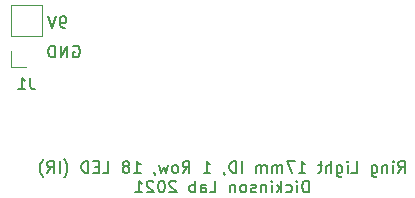
<source format=gbr>
G04 #@! TF.GenerationSoftware,KiCad,Pcbnew,5.1.9-73d0e3b20d~88~ubuntu20.10.1*
G04 #@! TF.CreationDate,2021-09-15T14:03:07-07:00*
G04 #@! TF.ProjectId,led_ring,6c65645f-7269-46e6-972e-6b696361645f,rev?*
G04 #@! TF.SameCoordinates,Original*
G04 #@! TF.FileFunction,Legend,Bot*
G04 #@! TF.FilePolarity,Positive*
%FSLAX46Y46*%
G04 Gerber Fmt 4.6, Leading zero omitted, Abs format (unit mm)*
G04 Created by KiCad (PCBNEW 5.1.9-73d0e3b20d~88~ubuntu20.10.1) date 2021-09-15 14:03:07*
%MOMM*%
%LPD*%
G01*
G04 APERTURE LIST*
%ADD10C,0.150000*%
%ADD11C,0.120000*%
G04 APERTURE END LIST*
D10*
X66380952Y-62027380D02*
X66714285Y-61551190D01*
X66952380Y-62027380D02*
X66952380Y-61027380D01*
X66571428Y-61027380D01*
X66476190Y-61075000D01*
X66428571Y-61122619D01*
X66380952Y-61217857D01*
X66380952Y-61360714D01*
X66428571Y-61455952D01*
X66476190Y-61503571D01*
X66571428Y-61551190D01*
X66952380Y-61551190D01*
X65952380Y-62027380D02*
X65952380Y-61360714D01*
X65952380Y-61027380D02*
X66000000Y-61075000D01*
X65952380Y-61122619D01*
X65904761Y-61075000D01*
X65952380Y-61027380D01*
X65952380Y-61122619D01*
X65476190Y-61360714D02*
X65476190Y-62027380D01*
X65476190Y-61455952D02*
X65428571Y-61408333D01*
X65333333Y-61360714D01*
X65190476Y-61360714D01*
X65095238Y-61408333D01*
X65047619Y-61503571D01*
X65047619Y-62027380D01*
X64142857Y-61360714D02*
X64142857Y-62170238D01*
X64190476Y-62265476D01*
X64238095Y-62313095D01*
X64333333Y-62360714D01*
X64476190Y-62360714D01*
X64571428Y-62313095D01*
X64142857Y-61979761D02*
X64238095Y-62027380D01*
X64428571Y-62027380D01*
X64523809Y-61979761D01*
X64571428Y-61932142D01*
X64619047Y-61836904D01*
X64619047Y-61551190D01*
X64571428Y-61455952D01*
X64523809Y-61408333D01*
X64428571Y-61360714D01*
X64238095Y-61360714D01*
X64142857Y-61408333D01*
X62428571Y-62027380D02*
X62904761Y-62027380D01*
X62904761Y-61027380D01*
X62095238Y-62027380D02*
X62095238Y-61360714D01*
X62095238Y-61027380D02*
X62142857Y-61075000D01*
X62095238Y-61122619D01*
X62047619Y-61075000D01*
X62095238Y-61027380D01*
X62095238Y-61122619D01*
X61190476Y-61360714D02*
X61190476Y-62170238D01*
X61238095Y-62265476D01*
X61285714Y-62313095D01*
X61380952Y-62360714D01*
X61523809Y-62360714D01*
X61619047Y-62313095D01*
X61190476Y-61979761D02*
X61285714Y-62027380D01*
X61476190Y-62027380D01*
X61571428Y-61979761D01*
X61619047Y-61932142D01*
X61666666Y-61836904D01*
X61666666Y-61551190D01*
X61619047Y-61455952D01*
X61571428Y-61408333D01*
X61476190Y-61360714D01*
X61285714Y-61360714D01*
X61190476Y-61408333D01*
X60714285Y-62027380D02*
X60714285Y-61027380D01*
X60285714Y-62027380D02*
X60285714Y-61503571D01*
X60333333Y-61408333D01*
X60428571Y-61360714D01*
X60571428Y-61360714D01*
X60666666Y-61408333D01*
X60714285Y-61455952D01*
X59952380Y-61360714D02*
X59571428Y-61360714D01*
X59809523Y-61027380D02*
X59809523Y-61884523D01*
X59761904Y-61979761D01*
X59666666Y-62027380D01*
X59571428Y-62027380D01*
X57952380Y-62027380D02*
X58523809Y-62027380D01*
X58238095Y-62027380D02*
X58238095Y-61027380D01*
X58333333Y-61170238D01*
X58428571Y-61265476D01*
X58523809Y-61313095D01*
X57619047Y-61027380D02*
X56952380Y-61027380D01*
X57380952Y-62027380D01*
X56571428Y-62027380D02*
X56571428Y-61360714D01*
X56571428Y-61455952D02*
X56523809Y-61408333D01*
X56428571Y-61360714D01*
X56285714Y-61360714D01*
X56190476Y-61408333D01*
X56142857Y-61503571D01*
X56142857Y-62027380D01*
X56142857Y-61503571D02*
X56095238Y-61408333D01*
X56000000Y-61360714D01*
X55857142Y-61360714D01*
X55761904Y-61408333D01*
X55714285Y-61503571D01*
X55714285Y-62027380D01*
X55238095Y-62027380D02*
X55238095Y-61360714D01*
X55238095Y-61455952D02*
X55190476Y-61408333D01*
X55095238Y-61360714D01*
X54952380Y-61360714D01*
X54857142Y-61408333D01*
X54809523Y-61503571D01*
X54809523Y-62027380D01*
X54809523Y-61503571D02*
X54761904Y-61408333D01*
X54666666Y-61360714D01*
X54523809Y-61360714D01*
X54428571Y-61408333D01*
X54380952Y-61503571D01*
X54380952Y-62027380D01*
X53142857Y-62027380D02*
X53142857Y-61027380D01*
X52666666Y-62027380D02*
X52666666Y-61027380D01*
X52428571Y-61027380D01*
X52285714Y-61075000D01*
X52190476Y-61170238D01*
X52142857Y-61265476D01*
X52095238Y-61455952D01*
X52095238Y-61598809D01*
X52142857Y-61789285D01*
X52190476Y-61884523D01*
X52285714Y-61979761D01*
X52428571Y-62027380D01*
X52666666Y-62027380D01*
X51619047Y-61979761D02*
X51619047Y-62027380D01*
X51666666Y-62122619D01*
X51714285Y-62170238D01*
X49904761Y-62027380D02*
X50476190Y-62027380D01*
X50190476Y-62027380D02*
X50190476Y-61027380D01*
X50285714Y-61170238D01*
X50380952Y-61265476D01*
X50476190Y-61313095D01*
X48142857Y-62027380D02*
X48476190Y-61551190D01*
X48714285Y-62027380D02*
X48714285Y-61027380D01*
X48333333Y-61027380D01*
X48238095Y-61075000D01*
X48190476Y-61122619D01*
X48142857Y-61217857D01*
X48142857Y-61360714D01*
X48190476Y-61455952D01*
X48238095Y-61503571D01*
X48333333Y-61551190D01*
X48714285Y-61551190D01*
X47571428Y-62027380D02*
X47666666Y-61979761D01*
X47714285Y-61932142D01*
X47761904Y-61836904D01*
X47761904Y-61551190D01*
X47714285Y-61455952D01*
X47666666Y-61408333D01*
X47571428Y-61360714D01*
X47428571Y-61360714D01*
X47333333Y-61408333D01*
X47285714Y-61455952D01*
X47238095Y-61551190D01*
X47238095Y-61836904D01*
X47285714Y-61932142D01*
X47333333Y-61979761D01*
X47428571Y-62027380D01*
X47571428Y-62027380D01*
X46904761Y-61360714D02*
X46714285Y-62027380D01*
X46523809Y-61551190D01*
X46333333Y-62027380D01*
X46142857Y-61360714D01*
X45714285Y-61979761D02*
X45714285Y-62027380D01*
X45761904Y-62122619D01*
X45809523Y-62170238D01*
X44000000Y-62027380D02*
X44571428Y-62027380D01*
X44285714Y-62027380D02*
X44285714Y-61027380D01*
X44380952Y-61170238D01*
X44476190Y-61265476D01*
X44571428Y-61313095D01*
X43428571Y-61455952D02*
X43523809Y-61408333D01*
X43571428Y-61360714D01*
X43619047Y-61265476D01*
X43619047Y-61217857D01*
X43571428Y-61122619D01*
X43523809Y-61075000D01*
X43428571Y-61027380D01*
X43238095Y-61027380D01*
X43142857Y-61075000D01*
X43095238Y-61122619D01*
X43047619Y-61217857D01*
X43047619Y-61265476D01*
X43095238Y-61360714D01*
X43142857Y-61408333D01*
X43238095Y-61455952D01*
X43428571Y-61455952D01*
X43523809Y-61503571D01*
X43571428Y-61551190D01*
X43619047Y-61646428D01*
X43619047Y-61836904D01*
X43571428Y-61932142D01*
X43523809Y-61979761D01*
X43428571Y-62027380D01*
X43238095Y-62027380D01*
X43142857Y-61979761D01*
X43095238Y-61932142D01*
X43047619Y-61836904D01*
X43047619Y-61646428D01*
X43095238Y-61551190D01*
X43142857Y-61503571D01*
X43238095Y-61455952D01*
X41380952Y-62027380D02*
X41857142Y-62027380D01*
X41857142Y-61027380D01*
X41047619Y-61503571D02*
X40714285Y-61503571D01*
X40571428Y-62027380D02*
X41047619Y-62027380D01*
X41047619Y-61027380D01*
X40571428Y-61027380D01*
X40142857Y-62027380D02*
X40142857Y-61027380D01*
X39904761Y-61027380D01*
X39761904Y-61075000D01*
X39666666Y-61170238D01*
X39619047Y-61265476D01*
X39571428Y-61455952D01*
X39571428Y-61598809D01*
X39619047Y-61789285D01*
X39666666Y-61884523D01*
X39761904Y-61979761D01*
X39904761Y-62027380D01*
X40142857Y-62027380D01*
X38095238Y-62408333D02*
X38142857Y-62360714D01*
X38238095Y-62217857D01*
X38285714Y-62122619D01*
X38333333Y-61979761D01*
X38380952Y-61741666D01*
X38380952Y-61551190D01*
X38333333Y-61313095D01*
X38285714Y-61170238D01*
X38238095Y-61075000D01*
X38142857Y-60932142D01*
X38095238Y-60884523D01*
X37714285Y-62027380D02*
X37714285Y-61027380D01*
X36666666Y-62027380D02*
X37000000Y-61551190D01*
X37238095Y-62027380D02*
X37238095Y-61027380D01*
X36857142Y-61027380D01*
X36761904Y-61075000D01*
X36714285Y-61122619D01*
X36666666Y-61217857D01*
X36666666Y-61360714D01*
X36714285Y-61455952D01*
X36761904Y-61503571D01*
X36857142Y-61551190D01*
X37238095Y-61551190D01*
X36333333Y-62408333D02*
X36285714Y-62360714D01*
X36190476Y-62217857D01*
X36142857Y-62122619D01*
X36095238Y-61979761D01*
X36047619Y-61741666D01*
X36047619Y-61551190D01*
X36095238Y-61313095D01*
X36142857Y-61170238D01*
X36190476Y-61075000D01*
X36285714Y-60932142D01*
X36333333Y-60884523D01*
X58809523Y-63677380D02*
X58809523Y-62677380D01*
X58571428Y-62677380D01*
X58428571Y-62725000D01*
X58333333Y-62820238D01*
X58285714Y-62915476D01*
X58238095Y-63105952D01*
X58238095Y-63248809D01*
X58285714Y-63439285D01*
X58333333Y-63534523D01*
X58428571Y-63629761D01*
X58571428Y-63677380D01*
X58809523Y-63677380D01*
X57809523Y-63677380D02*
X57809523Y-63010714D01*
X57809523Y-62677380D02*
X57857142Y-62725000D01*
X57809523Y-62772619D01*
X57761904Y-62725000D01*
X57809523Y-62677380D01*
X57809523Y-62772619D01*
X56904761Y-63629761D02*
X57000000Y-63677380D01*
X57190476Y-63677380D01*
X57285714Y-63629761D01*
X57333333Y-63582142D01*
X57380952Y-63486904D01*
X57380952Y-63201190D01*
X57333333Y-63105952D01*
X57285714Y-63058333D01*
X57190476Y-63010714D01*
X57000000Y-63010714D01*
X56904761Y-63058333D01*
X56476190Y-63677380D02*
X56476190Y-62677380D01*
X56380952Y-63296428D02*
X56095238Y-63677380D01*
X56095238Y-63010714D02*
X56476190Y-63391666D01*
X55666666Y-63677380D02*
X55666666Y-63010714D01*
X55666666Y-62677380D02*
X55714285Y-62725000D01*
X55666666Y-62772619D01*
X55619047Y-62725000D01*
X55666666Y-62677380D01*
X55666666Y-62772619D01*
X55190476Y-63010714D02*
X55190476Y-63677380D01*
X55190476Y-63105952D02*
X55142857Y-63058333D01*
X55047619Y-63010714D01*
X54904761Y-63010714D01*
X54809523Y-63058333D01*
X54761904Y-63153571D01*
X54761904Y-63677380D01*
X54333333Y-63629761D02*
X54238095Y-63677380D01*
X54047619Y-63677380D01*
X53952380Y-63629761D01*
X53904761Y-63534523D01*
X53904761Y-63486904D01*
X53952380Y-63391666D01*
X54047619Y-63344047D01*
X54190476Y-63344047D01*
X54285714Y-63296428D01*
X54333333Y-63201190D01*
X54333333Y-63153571D01*
X54285714Y-63058333D01*
X54190476Y-63010714D01*
X54047619Y-63010714D01*
X53952380Y-63058333D01*
X53333333Y-63677380D02*
X53428571Y-63629761D01*
X53476190Y-63582142D01*
X53523809Y-63486904D01*
X53523809Y-63201190D01*
X53476190Y-63105952D01*
X53428571Y-63058333D01*
X53333333Y-63010714D01*
X53190476Y-63010714D01*
X53095238Y-63058333D01*
X53047619Y-63105952D01*
X53000000Y-63201190D01*
X53000000Y-63486904D01*
X53047619Y-63582142D01*
X53095238Y-63629761D01*
X53190476Y-63677380D01*
X53333333Y-63677380D01*
X52571428Y-63010714D02*
X52571428Y-63677380D01*
X52571428Y-63105952D02*
X52523809Y-63058333D01*
X52428571Y-63010714D01*
X52285714Y-63010714D01*
X52190476Y-63058333D01*
X52142857Y-63153571D01*
X52142857Y-63677380D01*
X50428571Y-63677380D02*
X50904761Y-63677380D01*
X50904761Y-62677380D01*
X49666666Y-63677380D02*
X49666666Y-63153571D01*
X49714285Y-63058333D01*
X49809523Y-63010714D01*
X50000000Y-63010714D01*
X50095238Y-63058333D01*
X49666666Y-63629761D02*
X49761904Y-63677380D01*
X50000000Y-63677380D01*
X50095238Y-63629761D01*
X50142857Y-63534523D01*
X50142857Y-63439285D01*
X50095238Y-63344047D01*
X50000000Y-63296428D01*
X49761904Y-63296428D01*
X49666666Y-63248809D01*
X49190476Y-63677380D02*
X49190476Y-62677380D01*
X49190476Y-63058333D02*
X49095238Y-63010714D01*
X48904761Y-63010714D01*
X48809523Y-63058333D01*
X48761904Y-63105952D01*
X48714285Y-63201190D01*
X48714285Y-63486904D01*
X48761904Y-63582142D01*
X48809523Y-63629761D01*
X48904761Y-63677380D01*
X49095238Y-63677380D01*
X49190476Y-63629761D01*
X47571428Y-62772619D02*
X47523809Y-62725000D01*
X47428571Y-62677380D01*
X47190476Y-62677380D01*
X47095238Y-62725000D01*
X47047619Y-62772619D01*
X47000000Y-62867857D01*
X47000000Y-62963095D01*
X47047619Y-63105952D01*
X47619047Y-63677380D01*
X47000000Y-63677380D01*
X46380952Y-62677380D02*
X46285714Y-62677380D01*
X46190476Y-62725000D01*
X46142857Y-62772619D01*
X46095238Y-62867857D01*
X46047619Y-63058333D01*
X46047619Y-63296428D01*
X46095238Y-63486904D01*
X46142857Y-63582142D01*
X46190476Y-63629761D01*
X46285714Y-63677380D01*
X46380952Y-63677380D01*
X46476190Y-63629761D01*
X46523809Y-63582142D01*
X46571428Y-63486904D01*
X46619047Y-63296428D01*
X46619047Y-63058333D01*
X46571428Y-62867857D01*
X46523809Y-62772619D01*
X46476190Y-62725000D01*
X46380952Y-62677380D01*
X45666666Y-62772619D02*
X45619047Y-62725000D01*
X45523809Y-62677380D01*
X45285714Y-62677380D01*
X45190476Y-62725000D01*
X45142857Y-62772619D01*
X45095238Y-62867857D01*
X45095238Y-62963095D01*
X45142857Y-63105952D01*
X45714285Y-63677380D01*
X45095238Y-63677380D01*
X44142857Y-63677380D02*
X44714285Y-63677380D01*
X44428571Y-63677380D02*
X44428571Y-62677380D01*
X44523809Y-62820238D01*
X44619047Y-62915476D01*
X44714285Y-62963095D01*
X38200000Y-49752380D02*
X38009523Y-49752380D01*
X37914285Y-49704761D01*
X37866666Y-49657142D01*
X37771428Y-49514285D01*
X37723809Y-49323809D01*
X37723809Y-48942857D01*
X37771428Y-48847619D01*
X37819047Y-48800000D01*
X37914285Y-48752380D01*
X38104761Y-48752380D01*
X38200000Y-48800000D01*
X38247619Y-48847619D01*
X38295238Y-48942857D01*
X38295238Y-49180952D01*
X38247619Y-49276190D01*
X38200000Y-49323809D01*
X38104761Y-49371428D01*
X37914285Y-49371428D01*
X37819047Y-49323809D01*
X37771428Y-49276190D01*
X37723809Y-49180952D01*
X37438095Y-48752380D02*
X37104761Y-49752380D01*
X36771428Y-48752380D01*
X38861904Y-51300000D02*
X38957142Y-51252380D01*
X39100000Y-51252380D01*
X39242857Y-51300000D01*
X39338095Y-51395238D01*
X39385714Y-51490476D01*
X39433333Y-51680952D01*
X39433333Y-51823809D01*
X39385714Y-52014285D01*
X39338095Y-52109523D01*
X39242857Y-52204761D01*
X39100000Y-52252380D01*
X39004761Y-52252380D01*
X38861904Y-52204761D01*
X38814285Y-52157142D01*
X38814285Y-51823809D01*
X39004761Y-51823809D01*
X38385714Y-52252380D02*
X38385714Y-51252380D01*
X37814285Y-52252380D01*
X37814285Y-51252380D01*
X37338095Y-52252380D02*
X37338095Y-51252380D01*
X37100000Y-51252380D01*
X36957142Y-51300000D01*
X36861904Y-51395238D01*
X36814285Y-51490476D01*
X36766666Y-51680952D01*
X36766666Y-51823809D01*
X36814285Y-52014285D01*
X36861904Y-52109523D01*
X36957142Y-52204761D01*
X37100000Y-52252380D01*
X37338095Y-52252380D01*
D11*
X33570000Y-53030000D02*
X34900000Y-53030000D01*
X33570000Y-51700000D02*
X33570000Y-53030000D01*
X33570000Y-50430000D02*
X36230000Y-50430000D01*
X36230000Y-50430000D02*
X36230000Y-47830000D01*
X33570000Y-50430000D02*
X33570000Y-47830000D01*
X33570000Y-47830000D02*
X36230000Y-47830000D01*
D10*
X35233333Y-53952380D02*
X35233333Y-54666666D01*
X35280952Y-54809523D01*
X35376190Y-54904761D01*
X35519047Y-54952380D01*
X35614285Y-54952380D01*
X34233333Y-54952380D02*
X34804761Y-54952380D01*
X34519047Y-54952380D02*
X34519047Y-53952380D01*
X34614285Y-54095238D01*
X34709523Y-54190476D01*
X34804761Y-54238095D01*
M02*

</source>
